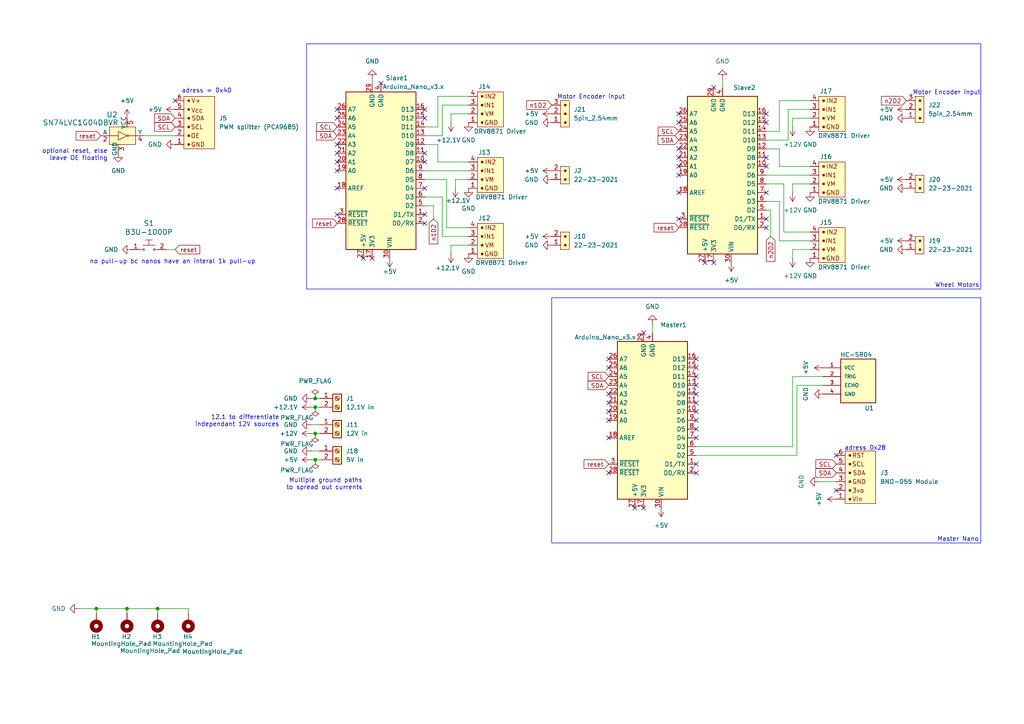
<source format=kicad_sch>
(kicad_sch (version 20250114) (generator "eeschema") (generator_version "9.0")
  (paper "A4")
  (title_block (title "Star Trekker Main PCB") (date "2025-04-11") (rev "v1.0") (company "EPFL Xplore"))
  (lib_symbols
    (symbol "Connector:Screw_Terminal_01x02" (pin_names (offset 1.016) (hide yes))
      (property "Reference" "J" (at 0 2.54 0))
      (property "Value" "Screw_Terminal_01x02" (at 0 -5.08 0))
      (symbol "Screw_Terminal_01x02_1_1"
        (pin passive line (at -5.08 0 0) (length 3.81) (name "Pin_1") (number "1"))
        (pin passive line (at -5.08 -2.54 0) (length 3.81) (name "Pin_2") (number "2"))
      )
    )
    (symbol "HC-SR04:HC-SR04_modified" (pin_names (offset 1.016))
      (property "Reference" "U" (at 0 5.0813 0))
      (property "Value" "HC-SR04" (at 0 -10.163 0))
      (symbol "HC-SR04_modified_0_0"
        (pin power_in line (at -5.08 2.54 0) (length 5.08) (name "VCC") (number "1"))
        (pin bidirectional line (at -5.08 0 0) (length 5.08) (name "TRIG") (number "2"))
        (pin bidirectional line (at -5.08 -2.54 0) (length 5.08) (name "ECHO") (number "3"))
        (pin power_in line (at -5.08 -5.08 0) (length 5.08) (name "GND") (number "4"))
      )
    )
    (symbol "MCU_Module:Arduino_Nano_v3.x"
      (property "Reference" "A" (at -10.16 23.495 0))
      (property "Value" "Arduino_Nano_v3.x" (at 5.08 -24.13 0))
      (symbol "Arduino_Nano_v3.x_1_1"
        (pin bidirectional line (at -12.7 15.24 0) (length 2.54) (name "D0/RX") (number "2"))
        (pin bidirectional line (at -12.7 12.7 0) (length 2.54) (name "D1/TX") (number "1"))
        (pin bidirectional line (at -12.7 10.16 0) (length 2.54) (name "D2") (number "5"))
        (pin bidirectional line (at -12.7 7.62 0) (length 2.54) (name "D3") (number "6"))
        (pin bidirectional line (at -12.7 5.08 0) (length 2.54) (name "D4") (number "7"))
        (pin bidirectional line (at -12.7 2.54 0) (length 2.54) (name "D5") (number "8"))
        (pin bidirectional line (at -12.7 0 0) (length 2.54) (name "D6") (number "9"))
        (pin bidirectional line (at -12.7 -2.54 0) (length 2.54) (name "D7") (number "10"))
        (pin bidirectional line (at -12.7 -5.08 0) (length 2.54) (name "D8") (number "11"))
        (pin bidirectional line (at -12.7 -7.62 0) (length 2.54) (name "D9") (number "12"))
        (pin bidirectional line (at -12.7 -10.16 0) (length 2.54) (name "D10") (number "13"))
        (pin bidirectional line (at -12.7 -12.7 0) (length 2.54) (name "D11") (number "14"))
        (pin bidirectional line (at -12.7 -15.24 0) (length 2.54) (name "D12") (number "15"))
        (pin bidirectional line (at -12.7 -17.78 0) (length 2.54) (name "D13") (number "16"))
        (pin power_in line (at -2.54 25.4 270) (length 2.54) (name "VIN") (number "30"))
        (pin power_in line (at 0 -25.4 90) (length 2.54) (name "GND") (number "4"))
        (pin power_out line (at 2.54 25.4 270) (length 2.54) (name "3V3") (number "17"))
        (pin power_in line (at 2.54 -25.4 90) (length 2.54) (name "GND") (number "29"))
        (pin power_out line (at 5.08 25.4 270) (length 2.54) (name "+5V") (number "27"))
        (pin input line (at 12.7 15.24 180) (length 2.54) (name "~{RESET}") (number "28"))
        (pin input line (at 12.7 12.7 180) (length 2.54) (name "~{RESET}") (number "3"))
        (pin input line (at 12.7 5.08 180) (length 2.54) (name "AREF") (number "18"))
        (pin bidirectional line (at 12.7 0 180) (length 2.54) (name "A0") (number "19"))
        (pin bidirectional line (at 12.7 -2.54 180) (length 2.54) (name "A1") (number "20"))
        (pin bidirectional line (at 12.7 -5.08 180) (length 2.54) (name "A2") (number "21"))
        (pin bidirectional line (at 12.7 -7.62 180) (length 2.54) (name "A3") (number "22"))
        (pin bidirectional line (at 12.7 -10.16 180) (length 2.54) (name "A4") (number "23"))
        (pin bidirectional line (at 12.7 -12.7 180) (length 2.54) (name "A5") (number "24"))
        (pin bidirectional line (at 12.7 -15.24 180) (length 2.54) (name "A6") (number "25"))
        (pin bidirectional line (at 12.7 -17.78 180) (length 2.54) (name "A7") (number "26"))
      )
    )
    (symbol "Mechanical:MountingHole_Pad" (pin_numbers (hide yes)) (pin_names (offset 1.016) (hide yes)) (exclude_from_sim yes) (in_bom no)
      (property "Reference" "H" (at 0 6.35 0))
      (property "Value" "MountingHole_Pad" (at 0 4.445 0))
      (symbol "MountingHole_Pad_1_1"
        (pin input line (at 0 -2.54 90) (length 2.54) (name "1") (number "1"))
      )
    )
    (symbol "dk_Logic-Gates-and-Inverters:SN74LVC1G04DBVR" (pin_names (offset 0))
      (property "Reference" "U" (at -2.54 3.556 0))
      (property "Value" "SN74LVC1G04DBVR" (at -0.762 -3.81 0))
      (symbol "SN74LVC1G04DBVR_1_1"
        (pin input line (at -7.62 0 0) (length 2.54) (name "A") (number "2"))
        (pin no_connect line (at -2.54 0 0) (length 2.54) (hide yes) (name "NC") (number "1"))
        (pin power_in line (at -2.54 -5.08 90) (length 2.54) (name "GND") (number "3"))
        (pin power_in line (at 0 5.08 270) (length 2.54) (name "VCC") (number "5"))
        (pin output line (at 5.08 0 180) (length 2.54) (name "Y") (number "4"))
      )
    )
    (symbol "dk_Rectangular-Connectors-Headers-Male-Pins:22-23-2021" (pin_names (offset 1.016))
      (property "Reference" "J" (at -2.54 1.27 0))
      (property "Value" "22-23-2021" (at 1.27 -3.81 0))
      (symbol "22-23-2021_1_1"
        (pin passive line (at 0 2.54 270) (length 2.54) (name "~") (number "1"))
        (pin passive line (at 2.54 2.54 270) (length 2.54) (name "~") (number "2"))
      )
    )
    (symbol "dk_Tactile-Switches:B3U-1000P" (pin_names (offset 1.016))
      (property "Reference" "S" (at 0 4.064 0))
      (property "Value" "B3U-1000P" (at 0 -2.54 0))
      (symbol "B3U-1000P_1_1"
        (pin passive line (at -5.08 0 0) (length 2.54) (name "~") (number "1"))
        (pin passive line (at 5.08 0 180) (length 2.54) (name "~") (number "2"))
      )
    )
    (symbol "hey_idk_hey_idk_hey:3pin_2.54mm" (pin_names (offset 1.016))
      (property "Reference" "J" (at -2.54 -1.27 0))
      (property "Value" "5pin_2.54mm" (at 5.08 -3.81 0))
      (symbol "3pin_2.54mm_1_1"
        (pin passive line (at 0 2.54 270) (length 2.54) (name "~") (number "1"))
        (pin passive line (at 2.54 2.54 270) (length 2.54) (name "~") (number "2"))
        (pin passive line (at 5.08 2.54 270) (length 2.54) (name "~") (number "3"))
      )
    )
    (symbol "hey_idk_hey_idk_hey:BNO-055 Breakout Board" (pin_names (offset 1.016))
      (property "Reference" "J" (at -2.54 -1.27 0))
      (property "Value" "BNO-055 Module" (at 3.81 -11.176 0))
      (symbol "BNO-055 Breakout Board_1_1"
        (text "Vin" (at 0 -3.556 900) (effects (font (size 1.27 1.27))))
        (text "3vo" (at 2.54 -3.81 900) (effects (font (size 1.27 1.27))))
        (text "GND" (at 5.08 -4.064 900) (effects (font (size 1.27 1.27))))
        (text "SDA" (at 7.62 -4.064 900) (effects (font (size 1.27 1.27))))
        (text "SCL" (at 10.16 -3.81 900) (effects (font (size 1.27 1.27))))
        (text "RST" (at 12.7 -3.81 900) (effects (font (size 1.27 1.27))))
        (pin power_in line (at 0 2.54 270) (length 2.54) (name "~") (number "1"))
        (pin passive line (at 2.54 2.54 270) (length 2.54) (name "~") (number "2"))
        (pin power_in line (at 5.08 2.54 270) (length 2.54) (name "~") (number "3"))
        (pin passive line (at 7.62 2.54 270) (length 2.54) (name "~") (number "4"))
        (pin passive line (at 10.16 2.54 270) (length 2.54) (name "~") (number "5"))
        (pin passive line (at 12.7 2.54 270) (length 2.54) (name "~") (number "6"))
      )
    )
    (symbol "hey_idk_hey_idk_hey:DRV8871 Driver" (pin_names (offset 1.016))
      (property "Reference" "J" (at -2.54 -1.27 0))
      (property "Value" "DRV8871 Driver" (at 4.064 -9.398 0))
      (symbol "DRV8871 Driver_1_1"
        (text "GND" (at 0 -4.064 900) (effects (font (size 1.27 1.27))))
        (text "VM" (at 2.54 -3.556 900) (effects (font (size 1.27 1.27))))
        (text "IN1" (at 5.08 -3.556 900) (effects (font (size 1.27 1.27))))
        (text "IN2" (at 7.62 -3.81 900) (effects (font (size 1.27 1.27))))
        (pin passive line (at 0 2.54 270) (length 2.54) (name "~") (number "1"))
        (pin passive line (at 2.54 2.54 270) (length 2.54) (name "~") (number "2"))
        (pin passive line (at 5.08 2.54 270) (length 2.54) (name "~") (number "3"))
        (pin passive line (at 7.62 2.54 270) (length 2.54) (name "~") (number "4"))
      )
    )
    (symbol "hey_idk_hey_idk_hey:PWM splitter" (pin_names (offset 1.016))
      (property "Reference" "J" (at -2.54 -1.27 0))
      (property "Value" "PWM splitter" (at 3.81 -11.176 0))
      (symbol "PWM splitter_1_1"
        (text "GND" (at 0 -4.064 900) (effects (font (size 1.27 1.27))))
        (text "OE" (at 2.54 -3.302 900) (effects (font (size 1.27 1.27))))
        (text "SCL" (at 5.08 -3.81 900) (effects (font (size 1.27 1.27))))
        (text "SDA" (at 7.62 -4.064 900) (effects (font (size 1.27 1.27))))
        (text "Vcc" (at 9.906 -3.81 900) (effects (font (size 1.27 1.27))))
        (text "V+" (at 12.7 -3.556 900) (effects (font (size 1.27 1.27))))
        (pin power_in line (at 0 2.54 270) (length 2.54) (name "~") (number "1"))
        (pin passive line (at 2.54 2.54 270) (length 2.54) (name "~") (number "2"))
        (pin passive line (at 5.08 2.54 270) (length 2.54) (name "~") (number "3"))
        (pin passive line (at 7.62 2.54 270) (length 2.54) (name "~") (number "4"))
        (pin power_in line (at 10.16 2.54 270) (length 2.54) (name "~") (number "5"))
        (pin power_in line (at 12.7 2.54 270) (length 2.54) (name "~") (number "6"))
      )
    )
    (symbol "power:+12V" (power) (pin_numbers (hide yes)) (pin_names (offset 0) (hide yes))
      (property "Value" "+12V" (at 0 3.556 0))
      (symbol "+12V_1_1"
        (pin power_in line (at 0 0 90) (length 0) (name "~") (number "1"))
      )
    )
    (symbol "power:+5V" (power) (pin_numbers (hide yes)) (pin_names (offset 0) (hide yes))
      (property "Value" "+5V" (at 0 3.556 0))
      (symbol "+5V_1_1"
        (pin power_in line (at 0 0 90) (length 0) (name "~") (number "1"))
      )
    )
    (symbol "power:GND" (power) (pin_numbers (hide yes)) (pin_names (offset 0) (hide yes))
      (property "Value" "GND" (at 0 -3.81 0))
      (symbol "GND_1_1"
        (pin power_in line (at 0 0 270) (length 0) (name "~") (number "1"))
      )
    )
    (symbol "power:PWR_FLAG" (power) (pin_numbers (hide yes)) (pin_names (offset 0) (hide yes))
      (property "Value" "PWR_FLAG" (at 0 3.81 0))
      (symbol "PWR_FLAG_0_0"
        (pin power_out line (at 0 0 90) (length 0) (name "~") (number "1"))
      )
    )
  )
  (rectangle (start 160.02 86.36) (end 284.48 157.48))
  (rectangle (start 88.9 12.7) (end 284.48 83.82))
  (text "Motor Encoder input" (at 171.45 28.194 0) (effects (font (size 1.27 1.27))))
  (text "adress = 0x40" (at 59.944 26.416 0) (effects (font (size 1.27 1.27))))
  (text "no pull-up bc nanos have an interal 1k pull-up" (at 50.038 75.946 0) (effects (font (size 1.27 1.27))))
  (text "Motor Encoder input" (at 274.574 26.924 0) (effects (font (size 1.27 1.27))))
  (text "12.1 to differentiate\nindependant 12V sources" (at 81.026 122.174 0) (effects (font (size 1.27 1.27)) (justify right)))
  (text "Wheel Motors" (at 277.622 82.804 0) (effects (font (size 1.27 1.27))))
  (text "adress 0x28" (at 250.952 130.048 0) (effects (font (size 1.27 1.27))))
  (text "Master Nano" (at 277.876 156.464 0) (effects (font (size 1.27 1.27))))
  (text "Multiple ground paths\nto spread out currents" (at 105.156 140.462 0) (effects (font (size 1.27 1.27)) (justify right)))
  (text "optional reset, else\nleave OE floating" (at 31.242 44.958 0) (effects (font (size 1.27 1.27)) (justify right)))
  (junction (at 45.72 176.53))
  (junction (at 91.44 115.57))
  (junction (at 36.83 176.53))
  (junction (at 91.44 125.73))
  (junction (at 27.94 176.53))
  (junction (at 91.44 133.35))
  (junction (at 91.44 118.11))
  (no_connect (at 97.79 46.99))
  (no_connect (at 196.85 50.8))
  (no_connect (at 207.01 25.4))
  (no_connect (at 123.19 46.99))
  (no_connect (at 196.85 48.26))
  (no_connect (at 176.53 114.3))
  (no_connect (at 196.85 35.56))
  (no_connect (at 201.93 104.14))
  (no_connect (at 123.19 64.77))
  (no_connect (at 222.25 55.88))
  (no_connect (at 201.93 137.16))
  (no_connect (at 176.53 104.14))
  (no_connect (at 176.53 106.68))
  (no_connect (at 123.19 54.61))
  (no_connect (at 196.85 33.02))
  (no_connect (at 176.53 121.92))
  (no_connect (at 196.85 43.18))
  (no_connect (at 196.85 63.5))
  (no_connect (at 184.15 147.32))
  (no_connect (at 97.79 41.91))
  (no_connect (at 201.93 119.38))
  (no_connect (at 176.53 137.16))
  (no_connect (at 201.93 111.76))
  (no_connect (at 123.19 34.29))
  (no_connect (at 242.57 132.08))
  (no_connect (at 222.25 35.56))
  (no_connect (at 176.53 116.84))
  (no_connect (at 186.69 96.52))
  (no_connect (at 201.93 114.3))
  (no_connect (at 207.01 76.2))
  (no_connect (at 123.19 31.75))
  (no_connect (at 222.25 33.02))
  (no_connect (at 97.79 54.61))
  (no_connect (at 186.69 147.32))
  (no_connect (at 123.19 44.45))
  (no_connect (at 201.93 109.22))
  (no_connect (at 107.95 74.93))
  (no_connect (at 222.25 66.04))
  (no_connect (at 123.19 62.23))
  (no_connect (at 176.53 119.38))
  (no_connect (at 222.25 45.72))
  (no_connect (at 97.79 44.45))
  (no_connect (at 201.93 134.62))
  (no_connect (at 201.93 124.46))
  (no_connect (at 105.41 74.93))
  (no_connect (at 201.93 116.84))
  (no_connect (at 242.57 142.24))
  (no_connect (at 50.8 29.21))
  (no_connect (at 196.85 55.88))
  (no_connect (at 97.79 34.29))
  (no_connect (at 201.93 121.92))
  (no_connect (at 196.85 45.72))
  (no_connect (at 201.93 106.68))
  (no_connect (at 201.93 127))
  (no_connect (at 222.25 48.26))
  (no_connect (at 97.79 49.53))
  (no_connect (at 97.79 31.75))
  (no_connect (at 222.25 63.5))
  (no_connect (at 176.53 127))
  (no_connect (at 97.79 62.23))
  (no_connect (at 110.49 24.13))
  (no_connect (at 204.47 76.2))
  (wire (pts (xy 129.54 66.04) (xy 135.89 66.04)))
  (wire (pts (xy 90.17 123.19) (xy 92.71 123.19)))
  (wire (pts (xy 222.25 60.96) (xy 223.52 60.96)))
  (wire (pts (xy 123.19 49.53) (xy 135.89 49.53)))
  (wire (pts (xy 226.06 69.85) (xy 234.95 69.85)))
  (wire (pts (xy 91.44 115.57) (xy 92.71 115.57)))
  (wire (pts (xy 125.73 63.5) (xy 125.73 59.69)))
  (wire (pts (xy 130.81 71.12) (xy 135.89 71.12)))
  (wire (pts (xy 90.17 130.81) (xy 92.71 130.81)))
  (wire (pts (xy 127 46.99) (xy 135.89 46.99)))
  (wire (pts (xy 130.81 33.02) (xy 135.89 33.02)))
  (wire (pts (xy 189.23 93.98) (xy 189.23 96.52)))
  (wire (pts (xy 123.19 52.07) (xy 129.54 52.07)))
  (wire (pts (xy 45.72 176.53) (xy 45.72 177.8)))
  (wire (pts (xy 91.44 133.35) (xy 92.71 133.35)))
  (wire (pts (xy 129.54 66.04) (xy 129.54 52.07)))
  (wire (pts (xy 123.19 39.37) (xy 128.27 39.37)))
  (wire (pts (xy 229.87 129.54) (xy 229.87 109.22)))
  (wire (pts (xy 229.87 72.39) (xy 229.87 74.93)))
  (wire (pts (xy 229.87 72.39) (xy 234.95 72.39)))
  (wire (pts (xy 36.83 176.53) (xy 36.83 177.8)))
  (wire (pts (xy 229.87 36.83) (xy 229.87 34.29)))
  (wire (pts (xy 130.81 73.66) (xy 130.81 71.12)))
  (wire (pts (xy 237.49 139.7) (xy 242.57 139.7)))
  (wire (pts (xy 231.14 111.76) (xy 238.76 111.76)))
  (wire (pts (xy 91.44 125.73) (xy 92.71 125.73)))
  (wire (pts (xy 127 27.94) (xy 135.89 27.94)))
  (wire (pts (xy 127 41.91) (xy 123.19 41.91)))
  (wire (pts (xy 22.86 176.53) (xy 27.94 176.53)))
  (wire (pts (xy 128.27 68.58) (xy 128.27 57.15)))
  (wire (pts (xy 127 27.94) (xy 127 36.83)))
  (wire (pts (xy 127 36.83) (xy 123.19 36.83)))
  (wire (pts (xy 226.06 58.42) (xy 222.25 58.42)))
  (wire (pts (xy 41.91 39.37) (xy 50.8 39.37)))
  (wire (pts (xy 45.72 176.53) (xy 54.61 176.53)))
  (wire (pts (xy 54.61 176.53) (xy 54.61 177.8)))
  (wire (pts (xy 128.27 30.48) (xy 135.89 30.48)))
  (wire (pts (xy 128.27 39.37) (xy 128.27 30.48)))
  (wire (pts (xy 227.33 67.31) (xy 234.95 67.31)))
  (wire (pts (xy 48.26 72.39) (xy 50.8 72.39)))
  (wire (pts (xy 128.27 68.58) (xy 135.89 68.58)))
  (wire (pts (xy 125.73 59.69) (xy 123.19 59.69)))
  (wire (pts (xy 130.81 35.56) (xy 130.81 33.02)))
  (wire (pts (xy 228.6 31.75) (xy 234.95 31.75)))
  (wire (pts (xy 226.06 69.85) (xy 226.06 58.42)))
  (wire (pts (xy 209.55 22.86) (xy 209.55 25.4)))
  (wire (pts (xy 90.17 118.11) (xy 91.44 118.11)))
  (wire (pts (xy 226.06 38.1) (xy 222.25 38.1)))
  (wire (pts (xy 222.25 40.64) (xy 228.6 40.64)))
  (wire (pts (xy 223.52 60.96) (xy 223.52 68.58)))
  (wire (pts (xy 227.33 67.31) (xy 227.33 53.34)))
  (wire (pts (xy 132.08 54.61) (xy 132.08 52.07)))
  (wire (pts (xy 231.14 111.76) (xy 231.14 132.08)))
  (wire (pts (xy 226.06 43.18) (xy 222.25 43.18)))
  (wire (pts (xy 90.17 133.35) (xy 91.44 133.35)))
  (wire (pts (xy 201.93 132.08) (xy 231.14 132.08)))
  (wire (pts (xy 36.83 176.53) (xy 45.72 176.53)))
  (wire (pts (xy 27.94 176.53) (xy 27.94 177.8)))
  (wire (pts (xy 90.17 125.73) (xy 91.44 125.73)))
  (wire (pts (xy 222.25 53.34) (xy 227.33 53.34)))
  (wire (pts (xy 222.25 50.8) (xy 234.95 50.8)))
  (wire (pts (xy 128.27 57.15) (xy 123.19 57.15)))
  (wire (pts (xy 127 46.99) (xy 127 41.91)))
  (wire (pts (xy 229.87 109.22) (xy 238.76 109.22)))
  (wire (pts (xy 91.44 118.11) (xy 92.71 118.11)))
  (wire (pts (xy 90.17 115.57) (xy 91.44 115.57)))
  (wire (pts (xy 201.93 129.54) (xy 229.87 129.54)))
  (wire (pts (xy 229.87 55.88) (xy 229.87 53.34)))
  (wire (pts (xy 228.6 40.64) (xy 228.6 31.75)))
  (wire (pts (xy 226.06 48.26) (xy 226.06 43.18)))
  (wire (pts (xy 226.06 48.26) (xy 234.95 48.26)))
  (wire (pts (xy 229.87 53.34) (xy 234.95 53.34)))
  (wire (pts (xy 27.94 176.53) (xy 36.83 176.53)))
  (wire (pts (xy 229.87 34.29) (xy 234.95 34.29)))
  (wire (pts (xy 226.06 29.21) (xy 226.06 38.1)))
  (wire (pts (xy 132.08 52.07) (xy 135.89 52.07)))
  (wire (pts (xy 107.95 24.13) (xy 107.95 22.86)))
  (wire (pts (xy 226.06 29.21) (xy 234.95 29.21)))
  (global_label "n1D2" (shape input) (at 160.02 30.48 180) (property "Intersheetrefs" "${INTERSHEET_REFS}" (effects (hide yes))))
  (global_label "reset" (shape input) (at 50.8 72.39 0) (property "Intersheetrefs" "${INTERSHEET_REFS}" (effects (hide yes))))
  (global_label "SCL" (shape input) (at 176.53 109.22 180) (property "Intersheetrefs" "${INTERSHEET_REFS}" (effects (hide yes))))
  (global_label "n2D2" (shape input) (at 223.52 68.58 270) (property "Intersheetrefs" "${INTERSHEET_REFS}" (effects (hide yes))))
  (global_label "SDA" (shape input) (at 176.53 111.76 180) (property "Intersheetrefs" "${INTERSHEET_REFS}" (effects (hide yes))))
  (global_label "reset" (shape input) (at 196.85 66.04 180) (property "Intersheetrefs" "${INTERSHEET_REFS}" (effects (hide yes))))
  (global_label "reset" (shape input) (at 29.21 39.37 180) (property "Intersheetrefs" "${INTERSHEET_REFS}" (effects (hide yes))))
  (global_label "n2D2" (shape input) (at 262.89 29.21 180) (property "Intersheetrefs" "${INTERSHEET_REFS}" (effects (hide yes))))
  (global_label "SCL" (shape input) (at 97.79 36.83 180) (property "Intersheetrefs" "${INTERSHEET_REFS}" (effects (hide yes))))
  (global_label "SDA" (shape input) (at 196.85 40.64 180) (property "Intersheetrefs" "${INTERSHEET_REFS}" (effects (hide yes))))
  (global_label "SCL" (shape input) (at 50.8 36.83 180) (property "Intersheetrefs" "${INTERSHEET_REFS}" (effects (hide yes))))
  (global_label "SCL" (shape input) (at 242.57 134.62 180) (property "Intersheetrefs" "${INTERSHEET_REFS}" (effects (hide yes))))
  (global_label "n1D2" (shape input) (at 125.73 63.5 270) (property "Intersheetrefs" "${INTERSHEET_REFS}" (effects (hide yes))))
  (global_label "SCL" (shape input) (at 196.85 38.1 180) (property "Intersheetrefs" "${INTERSHEET_REFS}" (effects (hide yes))))
  (global_label "SDA" (shape input) (at 97.79 39.37 180) (property "Intersheetrefs" "${INTERSHEET_REFS}" (effects (hide yes))))
  (global_label "reset" (shape input) (at 176.53 134.62 180) (property "Intersheetrefs" "${INTERSHEET_REFS}" (effects (hide yes))))
  (global_label "SDA" (shape input) (at 242.57 137.16 180) (property "Intersheetrefs" "${INTERSHEET_REFS}" (effects (hide yes))))
  (global_label "SDA" (shape input) (at 50.8 34.29 180) (property "Intersheetrefs" "${INTERSHEET_REFS}" (effects (hide yes))))
  (global_label "reset" (shape input) (at 97.79 64.77 180) (property "Intersheetrefs" "${INTERSHEET_REFS}" (effects (hide yes))))
  (symbol (lib_id "power:GND") (at 262.89 72.39 270) (unit 1)
    (property "Reference" "#PWR044" (effects (hide yes)))
    (property "Value" "GND" (at 259.08 72.3899 90) (effects (justify right)))
    (property "Description" "Power symbol creates a global label with name \"GND\" , ground" (effects (hide yes)))
  )
  (symbol (lib_id "power:GND") (at 135.89 54.61 0) (unit 1)
    (property "Reference" "#PWR024" (effects (hide yes)))
    (property "Value" "GND" (at 135.89 60.452 0))
    (property "Description" "Power symbol creates a global label with name \"GND\" , ground" (effects (hide yes)))
  )
  (symbol (lib_id "power:+12V") (at 90.17 118.11 90) (unit 1)
    (property "Reference" "#PWR029" (effects (hide yes)))
    (property "Value" "+12.1V" (at 86.36 118.1099 90) (effects (justify left)))
    (property "Description" "Power symbol creates a global label with name \"+12V\"" (effects (hide yes)))
  )
  (symbol (lib_id "Mechanical:MountingHole_Pad") (at 27.94 180.34 180) (unit 1) (in_bom no)
    (property "Reference" "H1" (at 26.416 184.658 0) (effects (justify right)))
    (property "Value" "MountingHole_Pad" (at 26.416 186.69 0) (effects (justify right)))
    (property "Footprint" "MountingHole:MountingHole_3.2mm_M3_Pad" (effects (hide yes)))
    (property "Description" "Mounting Hole with connection" (effects (hide yes)))
  )
  (symbol (lib_id "MCU_Module:Arduino_Nano_v3.x") (at 189.23 121.92 180) (unit 1)
    (property "Reference" "Master1" (at 191.516 94.234 0) (effects (justify right)))
    (property "Value" "Arduino_Nano_v3.x" (at 166.624 97.79 0) (effects (justify right)))
    (property "Footprint" "Module:Arduino_Nano" (effects (hide yes)))
    (property "Datasheet" "http://www.mouser.com/pdfdocs/Gravitech_Arduino_Nano3_0.pdf" (effects (hide yes)))
    (property "Description" "Arduino Nano v3.x" (effects (hide yes)))
  )
  (symbol (lib_id "power:GND") (at 234.95 55.88 0) (unit 1)
    (property "Reference" "#PWR013" (effects (hide yes)))
    (property "Value" "GND" (at 234.95 60.96 0))
    (property "Description" "Power symbol creates a global label with name \"GND\" , ground" (effects (hide yes)))
  )
  (symbol (lib_id "power:GND") (at 160.02 35.56 270) (unit 1)
    (property "Reference" "#PWR052" (effects (hide yes)))
    (property "Value" "GND" (at 156.21 35.5599 90) (effects (justify right)))
    (property "Description" "Power symbol creates a global label with name \"GND\" , ground" (effects (hide yes)))
  )
  (symbol (lib_id "power:GND") (at 238.76 114.3 270) (unit 1)
    (property "Reference" "#PWR015" (effects (hide yes)))
    (property "Value" "GND" (at 233.68 114.3 0))
    (property "Description" "Power symbol creates a global label with name \"GND\" , ground" (effects (hide yes)))
  )
  (symbol (lib_id "hey_idk_hey_idk_hey:DRV8871 Driver") (at 138.43 54.61 90) (unit 1)
    (property "Reference" "J13" (at 138.684 44.196 90) (effects (justify right)))
    (property "Value" "DRV8871 Driver" (at 137.922 57.15 90) (effects (justify right)))
    (property "Footprint" "digikey-footprints:PinHeader_1x4_P2.54mm_Drill1.02mm" (effects (hide yes)))
    (property "Datasheet" "http://www.jst-mfg.com/product/pdf/eng/eXH.pdf" (effects (hide yes)))
    (property "Description" "CONN HEADER VERT 4POS 2.5MM" (effects (hide yes)))
    (property "Digi-Key_PN" "455-2249-ND" (effects (hide yes)))
    (property "MPN" "B4B-XH-A(LF)(SN)" (effects (hide yes)))
    (property "Category" "Connectors, Interconnects" (effects (hide yes)))
    (property "Family" "Rectangular Connectors - Headers, Male Pins" (effects (hide yes)))
    (property "DK_Datasheet_Link" "http://www.jst-mfg.com/product/pdf/eng/eXH.pdf" (effects (hide yes)))
    (property "DK_Detail_Page" "/product-detail/en/jst-sales-america-inc/B4B-XH-A(LF)(SN)/455-2249-ND/1651047" (effects (hide yes)))
    (property "Description_1" "CONN HEADER VERT 4POS 2.5MM" (effects (hide yes)))
    (property "Manufacturer" "JST Sales America Inc." (effects (hide yes)))
    (property "Status" "Active" (effects (hide yes)))
  )
  (symbol (lib_id "hey_idk_hey_idk_hey:DRV8871 Driver") (at 138.43 35.56 90) (unit 1)
    (property "Reference" "J14" (at 138.684 25.146 90) (effects (justify right)))
    (property "Value" "DRV8871 Driver" (at 137.414 38.1 90) (effects (justify right)))
    (property "Footprint" "digikey-footprints:PinHeader_1x4_P2.54mm_Drill1.02mm" (effects (hide yes)))
    (property "Datasheet" "http://www.jst-mfg.com/product/pdf/eng/eXH.pdf" (effects (hide yes)))
    (property "Description" "CONN HEADER VERT 4POS 2.5MM" (effects (hide yes)))
    (property "Digi-Key_PN" "455-2249-ND" (effects (hide yes)))
    (property "MPN" "B4B-XH-A(LF)(SN)" (effects (hide yes)))
    (property "Category" "Connectors, Interconnects" (effects (hide yes)))
    (property "Family" "Rectangular Connectors - Headers, Male Pins" (effects (hide yes)))
    (property "DK_Datasheet_Link" "http://www.jst-mfg.com/product/pdf/eng/eXH.pdf" (effects (hide yes)))
    (property "DK_Detail_Page" "/product-detail/en/jst-sales-america-inc/B4B-XH-A(LF)(SN)/455-2249-ND/1651047" (effects (hide yes)))
    (property "Description_1" "CONN HEADER VERT 4POS 2.5MM" (effects (hide yes)))
    (property "Manufacturer" "JST Sales America Inc." (effects (hide yes)))
    (property "Status" "Active" (effects (hide yes)))
  )
  (symbol (lib_id "power:GND") (at 135.89 35.56 0) (unit 1)
    (property "Reference" "#PWR023" (effects (hide yes)))
    (property "Value" "GND" (at 135.89 40.64 0))
    (property "Description" "Power symbol creates a global label with name \"GND\" , ground" (effects (hide yes)))
  )
  (symbol (lib_id "hey_idk_hey_idk_hey:BNO-055 Breakout Board") (at 245.11 144.78 90) (unit 1)
    (property "Reference" "J3" (at 255.27 137.1599 90) (effects (justify right)))
    (property "Value" "BNO-055 Module" (at 255.27 139.6999 90) (effects (justify right)))
    (property "Footprint" "digikey-footprints:my_6pin_2_frown" (effects (hide yes)))
    (property "Datasheet" "http://www.jst-mfg.com/product/pdf/eng/eXH.pdf" (effects (hide yes)))
    (property "Description" "CONN HEADER VERT 4POS 2.5MM" (effects (hide yes)))
    (property "Digi-Key_PN" "455-2249-ND" (effects (hide yes)))
    (property "MPN" "B4B-XH-A(LF)(SN)" (effects (hide yes)))
    (property "Category" "Connectors, Interconnects" (effects (hide yes)))
    (property "Family" "Rectangular Connectors - Headers, Male Pins" (effects (hide yes)))
    (property "DK_Datasheet_Link" "http://www.jst-mfg.com/product/pdf/eng/eXH.pdf" (effects (hide yes)))
    (property "DK_Detail_Page" "/product-detail/en/jst-sales-america-inc/B4B-XH-A(LF)(SN)/455-2249-ND/1651047" (effects (hide yes)))
    (property "Description_1" "CONN HEADER VERT 4POS 2.5MM" (effects (hide yes)))
    (property "Manufacturer" "JST Sales America Inc." (effects (hide yes)))
    (property "Status" "Active" (effects (hide yes)))
  )
  (symbol (lib_id "power:GND") (at 22.86 176.53 270) (unit 1)
    (property "Reference" "#PWR036" (effects (hide yes)))
    (property "Value" "GND" (at 19.05 176.5299 90) (effects (justify right)))
    (property "Description" "Power symbol creates a global label with name \"GND\" , ground" (effects (hide yes)))
  )
  (symbol (lib_id "power:+5V") (at 242.57 144.78 90) (unit 1)
    (property "Reference" "#PWR028" (effects (hide yes)))
    (property "Value" "+5V" (at 237.49 144.78 0))
    (property "Description" "Power symbol creates a global label with name \"+5V\"" (effects (hide yes)))
  )
  (symbol (lib_id "power:+5V") (at 90.17 133.35 90) (unit 1)
    (property "Reference" "#PWR043" (effects (hide yes)))
    (property "Value" "+5V" (at 86.36 133.3499 90) (effects (justify left)))
    (property "Description" "Power symbol creates a global label with name \"+5V\"" (effects (hide yes)))
  )
  (symbol (lib_id "power:GND") (at 34.29 44.45 0) (unit 1)
    (property "Reference" "#PWR039" (effects (hide yes)))
    (property "Value" "GND" (at 34.29 49.53 0))
    (property "Description" "Power symbol creates a global label with name \"GND\" , ground" (effects (hide yes)))
  )
  (symbol (lib_id "MCU_Module:Arduino_Nano_v3.x") (at 110.49 49.53 180) (unit 1)
    (property "Reference" "Slave1" (at 118.364 22.606 0) (effects (justify left)))
    (property "Value" "Arduino_Nano_v3.x" (at 128.778 25.146 0) (effects (justify left)))
    (property "Footprint" "Module:Arduino_Nano" (effects (hide yes)))
    (property "Datasheet" "http://www.mouser.com/pdfdocs/Gravitech_Arduino_Nano3_0.pdf" (effects (hide yes)))
    (property "Description" "Arduino Nano v3.x" (effects (hide yes)))
  )
  (symbol (lib_id "power:GND") (at 209.55 22.86 180) (unit 1)
    (property "Reference" "#PWR02" (effects (hide yes)))
    (property "Value" "GND" (at 209.55 17.78 0))
    (property "Description" "Power symbol creates a global label with name \"GND\" , ground" (effects (hide yes)))
  )
  (symbol (lib_id "power:+5V") (at 262.89 31.75 90) (unit 1)
    (property "Reference" "#PWR031" (effects (hide yes)))
    (property "Value" "+5V" (at 259.08 31.7499 90) (effects (justify left)))
    (property "Description" "Power symbol creates a global label with name \"+5V\"" (effects (hide yes)))
  )
  (symbol (lib_id "power:+5V") (at 160.02 33.02 90) (unit 1)
    (property "Reference" "#PWR051" (effects (hide yes)))
    (property "Value" "+5V" (at 156.21 33.0199 90) (effects (justify left)))
    (property "Description" "Power symbol creates a global label with name \"+5V\"" (effects (hide yes)))
  )
  (symbol (lib_id "power:GND") (at 237.49 139.7 270) (unit 1)
    (property "Reference" "#PWR027" (effects (hide yes)))
    (property "Value" "GND" (at 232.41 139.7 0))
    (property "Description" "Power symbol creates a global label with name \"GND\" , ground" (effects (hide yes)))
  )
  (symbol (lib_id "dk_Rectangular-Connectors-Headers-Male-Pins:22-23-2021") (at 162.56 71.12 90) (unit 1)
    (property "Reference" "J10" (at 166.37 68.5799 90) (effects (justify right)))
    (property "Value" "22-23-2021" (at 166.37 71.1199 90) (effects (justify right)))
    (property "Footprint" "digikey-footprints:PinHeader_1x2_P2.54mm_Drill1.02mm" (effects (hide yes)))
    (property "Datasheet" "https://media.digikey.com/pdf/Data%20Sheets/Molex%20PDFs/A-6373-N_Series_Dwg_2010-12-03.pdf" (effects (hide yes)))
    (property "Description" "CONN HEADER VERT 2POS 2.54MM" (effects (hide yes)))
    (property "Digi-Key_PN" "WM4200-ND" (effects (hide yes)))
    (property "MPN" "22-23-2021" (effects (hide yes)))
    (property "Category" "Connectors, Interconnects" (effects (hide yes)))
    (property "Family" "Rectangular Connectors - Headers, Male Pins" (effects (hide yes)))
    (property "DK_Datasheet_Link" "https://media.digikey.com/pdf/Data%20Sheets/Molex%20PDFs/A-6373-N_Series_Dwg_2010-12-03.pdf" (effects (hide yes)))
    (property "DK_Detail_Page" "/product-detail/en/molex/22-23-2021/WM4200-ND/26667" (effects (hide yes)))
    (property "Description_1" "CONN HEADER VERT 2POS 2.54MM" (effects (hide yes)))
    (property "Manufacturer" "Molex" (effects (hide yes)))
    (property "Status" "Active" (effects (hide yes)))
  )
  (symbol (lib_id "hey_idk_hey_idk_hey:DRV8871 Driver") (at 237.49 55.88 90) (unit 1)
    (property "Reference" "J16" (at 237.744 45.466 90) (effects (justify right)))
    (property "Value" "DRV8871 Driver" (at 237.236 58.42 90) (effects (justify right)))
    (property "Footprint" "digikey-footprints:PinHeader_1x4_P2.54mm_Drill1.02mm" (effects (hide yes)))
    (property "Datasheet" "http://www.jst-mfg.com/product/pdf/eng/eXH.pdf" (effects (hide yes)))
    (property "Description" "CONN HEADER VERT 4POS 2.5MM" (effects (hide yes)))
    (property "Digi-Key_PN" "455-2249-ND" (effects (hide yes)))
    (property "MPN" "B4B-XH-A(LF)(SN)" (effects (hide yes)))
    (property "Category" "Connectors, Interconnects" (effects (hide yes)))
    (property "Family" "Rectangular Connectors - Headers, Male Pins" (effects (hide yes)))
    (property "DK_Datasheet_Link" "http://www.jst-mfg.com/product/pdf/eng/eXH.pdf" (effects (hide yes)))
    (property "DK_Detail_Page" "/product-detail/en/jst-sales-america-inc/B4B-XH-A(LF)(SN)/455-2249-ND/1651047" (effects (hide yes)))
    (property "Description_1" "CONN HEADER VERT 4POS 2.5MM" (effects (hide yes)))
    (property "Manufacturer" "JST Sales America Inc." (effects (hide yes)))
    (property "Status" "Active" (effects (hide yes)))
  )
  (symbol (lib_id "hey_idk_hey_idk_hey:PWM splitter") (at 53.34 41.91 90) (unit 1)
    (property "Reference" "J5" (at 63.5 34.2899 90) (effects (justify right)))
    (property "Value" "PWM splitter (PCA9685)" (at 63.5 36.8299 90) (effects (justify right)))
    (property "Footprint" "digikey-footprints:my_6pin_2_frown" (effects (hide yes)))
    (property "Datasheet" "http://www.jst-mfg.com/product/pdf/eng/eXH.pdf" (effects (hide yes)))
    (property "Description" "CONN HEADER VERT 4POS 2.5MM" (effects (hide yes)))
    (property "Digi-Key_PN" "455-2249-ND" (effects (hide yes)))
    (property "MPN" "B4B-XH-A(LF)(SN)" (effects (hide yes)))
    (property "Category" "Connectors, Interconnects" (effects (hide yes)))
    (property "Family" "Rectangular Connectors - Headers, Male Pins" (effects (hide yes)))
    (property "DK_Datasheet_Link" "http://www.jst-mfg.com/product/pdf/eng/eXH.pdf" (effects (hide yes)))
    (property "DK_Detail_Page" "/product-detail/en/jst-sales-america-inc/B4B-XH-A(LF)(SN)/455-2249-ND/1651047" (effects (hide yes)))
    (property "Description_1" "CONN HEADER VERT 4POS 2.5MM" (effects (hide yes)))
    (property "Manufacturer" "JST Sales America Inc." (effects (hide yes)))
    (property "Status" "Active" (effects (hide yes)))
  )
  (symbol (lib_id "Connector:Screw_Terminal_01x02") (at 97.79 115.57 0) (unit 1)
    (property "Reference" "J1" (at 100.33 115.5699 0) (effects (justify left)))
    (property "Value" "12.1V in" (at 100.33 118.1099 0) (effects (justify left)))
    (property "Footprint" "TerminalBlock_Phoenix:TerminalBlock_Phoenix_PT-1,5-2-3.5-H_1x02_P3.50mm_Horizontal" (effects (hide yes)))
    (property "Description" "Generic screw terminal, single row, 01x02, script generated (kicad-library-utils/schlib/autogen/connector/)" (effects (hide yes)))
  )
  (symbol (lib_id "power:+5V") (at 212.09 76.2 180) (unit 1)
    (property "Reference" "#PWR010" (effects (hide yes)))
    (property "Value" "+5V" (at 212.09 81.28 0))
    (property "Description" "Power symbol creates a global label with name \"+5V\"" (effects (hide yes)))
  )
  (symbol (lib_id "power:+12V") (at 229.87 55.88 180) (unit 1)
    (property "Reference" "#PWR017" (effects (hide yes)))
    (property "Value" "+12V" (at 229.87 60.96 0))
    (property "Description" "Power symbol creates a global label with name \"+12V\"" (effects (hide yes)))
  )
  (symbol (lib_id "power:GND") (at 160.02 71.12 270) (unit 1)
    (property "Reference" "#PWR050" (effects (hide yes)))
    (property "Value" "GND" (at 156.21 71.1199 90) (effects (justify right)))
    (property "Description" "Power symbol creates a global label with name \"GND\" , ground" (effects (hide yes)))
  )
  (symbol (lib_id "power:GND") (at 234.95 36.83 0) (unit 1)
    (property "Reference" "#PWR014" (effects (hide yes)))
    (property "Value" "GND" (at 234.95 41.91 0))
    (property "Description" "Power symbol creates a global label with name \"GND\" , ground" (effects (hide yes)))
  )
  (symbol (lib_id "power:PWR_FLAG") (at 91.44 125.73 180) (unit 1)
    (property "Reference" "#FLG02" (effects (hide yes)))
    (property "Value" "PWR_FLAG" (at 86.106 128.778 0))
    (property "Description" "Special symbol for telling ERC where power comes from" (effects (hide yes)))
  )
  (symbol (lib_id "power:GND") (at 135.89 73.66 0) (unit 1)
    (property "Reference" "#PWR025" (effects (hide yes)))
    (property "Value" "GND" (at 135.89 78.74 0))
    (property "Description" "Power symbol creates a global label with name \"GND\" , ground" (effects (hide yes)))
  )
  (symbol (lib_id "power:GND") (at 90.17 115.57 270) (unit 1)
    (property "Reference" "#PWR042" (effects (hide yes)))
    (property "Value" "GND" (at 86.36 115.5699 90) (effects (justify right)))
    (property "Description" "Power symbol creates a global label with name \"GND\" , ground" (effects (hide yes)))
  )
  (symbol (lib_id "power:PWR_FLAG") (at 91.44 115.57 0) (unit 1)
    (property "Reference" "#FLG01" (effects (hide yes)))
    (property "Value" "PWR_FLAG" (at 91.44 110.49 0))
    (property "Description" "Special symbol for telling ERC where power comes from" (effects (hide yes)))
  )
  (symbol (lib_id "dk_Tactile-Switches:B3U-1000P") (at 43.18 72.39 0) (unit 1)
    (property "Reference" "S1" (at 43.18 64.77 0) (effects (font (size 1.524 1.524))))
    (property "Value" "B3U-1000P" (at 43.18 67.31 0) (effects (font (size 1.524 1.524))))
    (property "Footprint" "digikey-footprints:Switch_Tactile_SMD_B3U-1000P" (effects (hide yes)))
    (property "Datasheet" "https://omronfs.omron.com/en_US/ecb/products/pdf/en-b3u.pdf" (effects (hide yes)))
    (property "Description" "SWITCH TACTILE SPST-NO 0.05A 12V" (effects (hide yes)))
    (property "Digi-Key_PN" "SW1020CT-ND" (effects (hide yes)))
    (property "MPN" "B3U-1000P" (effects (hide yes)))
    (property "Category" "Switches" (effects (hide yes)))
    (property "Family" "Tactile Switches" (effects (hide yes)))
    (property "DK_Datasheet_Link" "https://omronfs.omron.com/en_US/ecb/products/pdf/en-b3u.pdf" (effects (hide yes)))
    (property "DK_Detail_Page" "/product-detail/en/omron-electronics-inc-emc-div/B3U-1000P/SW1020CT-ND/1534357" (effects (hide yes)))
    (property "Description_1" "SWITCH TACTILE SPST-NO 0.05A 12V" (effects (hide yes)))
    (property "Manufacturer" "Omron Electronics Inc-EMC Div" (effects (hide yes)))
    (property "Status" "Active" (effects (hide yes)))
  )
  (symbol (lib_id "power:+5V") (at 191.77 147.32 180) (unit 1)
    (property "Reference" "#PWR019" (effects (hide yes)))
    (property "Value" "+5V" (at 191.77 152.4 0))
    (property "Description" "Power symbol creates a global label with name \"+5V\"" (effects (hide yes)))
  )
  (symbol (lib_id "hey_idk_hey_idk_hey:DRV8871 Driver") (at 138.43 73.66 90) (unit 1)
    (property "Reference" "J12" (at 138.684 63.246 90) (effects (justify right)))
    (property "Value" "DRV8871 Driver" (at 137.922 76.2 90) (effects (justify right)))
    (property "Footprint" "digikey-footprints:PinHeader_1x4_P2.54mm_Drill1.02mm" (effects (hide yes)))
    (property "Datasheet" "http://www.jst-mfg.com/product/pdf/eng/eXH.pdf" (effects (hide yes)))
    (property "Description" "CONN HEADER VERT 4POS 2.5MM" (effects (hide yes)))
    (property "Digi-Key_PN" "455-2249-ND" (effects (hide yes)))
    (property "MPN" "B4B-XH-A(LF)(SN)" (effects (hide yes)))
    (property "Category" "Connectors, Interconnects" (effects (hide yes)))
    (property "Family" "Rectangular Connectors - Headers, Male Pins" (effects (hide yes)))
    (property "DK_Datasheet_Link" "http://www.jst-mfg.com/product/pdf/eng/eXH.pdf" (effects (hide yes)))
    (property "DK_Detail_Page" "/product-detail/en/jst-sales-america-inc/B4B-XH-A(LF)(SN)/455-2249-ND/1651047" (effects (hide yes)))
    (property "Description_1" "CONN HEADER VERT 4POS 2.5MM" (effects (hide yes)))
    (property "Manufacturer" "JST Sales America Inc." (effects (hide yes)))
    (property "Status" "Active" (effects (hide yes)))
  )
  (symbol (lib_id "hey_idk_hey_idk_hey:3pin_2.54mm") (at 265.43 34.29 90) (unit 1)
    (property "Reference" "J22" (at 269.24 30.4799 90) (effects (justify right)))
    (property "Value" "5pin_2.54mm" (at 269.24 33.0199 90) (effects (justify right)))
    (property "Footprint" "Library:PinHeader_1x3_P2.54mm_Drill1.02mm_1" (effects (hide yes)))
    (property "Datasheet" "http://www.jst-mfg.com/product/pdf/eng/eXH.pdf" (effects (hide yes)))
    (property "Description" "CONN HEADER VERT 5POS 2.54MM" (effects (hide yes)))
    (property "Digi-Key_PN" "455-2270-ND" (effects (hide yes)))
    (property "MPN" "B5B-XH-A(LF)(SN)" (effects (hide yes)))
    (property "Category" "Connectors, Interconnects" (effects (hide yes)))
    (property "Family" "Rectangular Connectors - Headers, Male Pins" (effects (hide yes)))
    (property "DK_Datasheet_Link" "http://www.jst-mfg.com/product/pdf/eng/eXH.pdf" (effects (hide yes)))
    (property "DK_Detail_Page" "/product-detail/en/jst-sales-america-inc/B5B-XH-A(LF)(SN)/455-2270-ND/1530483" (effects (hide yes)))
    (property "Description_1" "CONN HEADER VERT 5POS 2.5MM" (effects (hide yes)))
    (property "Manufacturer" "JST Sales America Inc." (effects (hide yes)))
    (property "Status" "Active" (effects (hide yes)))
  )
  (symbol (lib_id "power:GND") (at 262.89 54.61 270) (unit 1)
    (property "Reference" "#PWR040" (effects (hide yes)))
    (property "Value" "GND" (at 259.08 54.6099 90) (effects (justify right)))
    (property "Description" "Power symbol creates a global label with name \"GND\" , ground" (effects (hide yes)))
  )
  (symbol (lib_id "hey_idk_hey_idk_hey:DRV8871 Driver") (at 237.49 74.93 90) (unit 1)
    (property "Reference" "J15" (at 237.744 64.516 90) (effects (justify right)))
    (property "Value" "DRV8871 Driver" (at 237.236 77.47 90) (effects (justify right)))
    (property "Footprint" "digikey-footprints:PinHeader_1x4_P2.54mm_Drill1.02mm" (effects (hide yes)))
    (property "Datasheet" "http://www.jst-mfg.com/product/pdf/eng/eXH.pdf" (effects (hide yes)))
    (property "Description" "CONN HEADER VERT 4POS 2.5MM" (effects (hide yes)))
    (property "Digi-Key_PN" "455-2249-ND" (effects (hide yes)))
    (property "MPN" "B4B-XH-A(LF)(SN)" (effects (hide yes)))
    (property "Category" "Connectors, Interconnects" (effects (hide yes)))
    (property "Family" "Rectangular Connectors - Headers, Male Pins" (effects (hide yes)))
    (property "DK_Datasheet_Link" "http://www.jst-mfg.com/product/pdf/eng/eXH.pdf" (effects (hide yes)))
    (property "DK_Detail_Page" "/product-detail/en/jst-sales-america-inc/B4B-XH-A(LF)(SN)/455-2249-ND/1651047" (effects (hide yes)))
    (property "Description_1" "CONN HEADER VERT 4POS 2.5MM" (effects (hide yes)))
    (property "Manufacturer" "JST Sales America Inc." (effects (hide yes)))
    (property "Status" "Active" (effects (hide yes)))
  )
  (symbol (lib_id "power:+12V") (at 229.87 74.93 180) (unit 1)
    (property "Reference" "#PWR016" (effects (hide yes)))
    (property "Value" "+12V" (at 229.87 80.01 0))
    (property "Description" "Power symbol creates a global label with name \"+12V\"" (effects (hide yes)))
  )
  (symbol (lib_id "power:+12V") (at 90.17 125.73 90) (unit 1)
    (property "Reference" "#PWR030" (effects (hide yes)))
    (property "Value" "+12V" (at 86.36 125.7299 90) (effects (justify left)))
    (property "Description" "Power symbol creates a global label with name \"+12V\"" (effects (hide yes)))
  )
  (symbol (lib_id "power:GND") (at 90.17 130.81 270) (unit 1)
    (property "Reference" "#PWR047" (effects (hide yes)))
    (property "Value" "GND" (at 86.36 130.8099 90) (effects (justify right)))
    (property "Description" "Power symbol creates a global label with name \"GND\" , ground" (effects (hide yes)))
  )
  (symbol (lib_id "hey_idk_hey_idk_hey:3pin_2.54mm") (at 162.56 35.56 90) (unit 1)
    (property "Reference" "J21" (at 166.37 31.7499 90) (effects (justify right)))
    (property "Value" "5pin_2.54mm" (at 166.37 34.2899 90) (effects (justify right)))
    (property "Footprint" "Library:PinHeader_1x3_P2.54mm_Drill1.02mm_1" (effects (hide yes)))
    (property "Datasheet" "http://www.jst-mfg.com/product/pdf/eng/eXH.pdf" (effects (hide yes)))
    (property "Description" "CONN HEADER VERT 5POS 2.54MM" (effects (hide yes)))
    (property "Digi-Key_PN" "455-2270-ND" (effects (hide yes)))
    (property "MPN" "B5B-XH-A(LF)(SN)" (effects (hide yes)))
    (property "Category" "Connectors, Interconnects" (effects (hide yes)))
    (property "Family" "Rectangular Connectors - Headers, Male Pins" (effects (hide yes)))
    (property "DK_Datasheet_Link" "http://www.jst-mfg.com/product/pdf/eng/eXH.pdf" (effects (hide yes)))
    (property "DK_Detail_Page" "/product-detail/en/jst-sales-america-inc/B5B-XH-A(LF)(SN)/455-2270-ND/1530483" (effects (hide yes)))
    (property "Description_1" "CONN HEADER VERT 5POS 2.5MM" (effects (hide yes)))
    (property "Manufacturer" "JST Sales America Inc." (effects (hide yes)))
    (property "Status" "Active" (effects (hide yes)))
  )
  (symbol (lib_id "power:+12V") (at 130.81 73.66 180) (unit 1)
    (property "Reference" "#PWR022" (effects (hide yes)))
    (property "Value" "+12.1V" (at 129.794 77.724 0))
    (property "Description" "Power symbol creates a global label with name \"+12V\"" (effects (hide yes)))
  )
  (symbol (lib_id "HC-SR04:HC-SR04_modified") (at 243.84 109.22 0) (unit 1)
    (property "Reference" "U1" (at 253.492 118.364 0) (effects (justify right)))
    (property "Value" "HC-SR04" (at 252.984 102.87 0) (effects (justify right)))
    (property "Footprint" "Library:HC_SR-04_only_pins" (effects (hide yes)))
    (property "MF" "SparkFun Electronics" (effects (hide yes)))
    (property "Description_1" "HC-SR04 Ultrasonic Sensor Qwiic Platform Evaluation Expansion Board" (effects (hide yes)))
    (property "Package" "None" (effects (hide yes)))
    (property "Price" "None" (effects (hide yes)))
    (property "Check_prices" "https://www.snapeda.com/parts/HC-SR04/SparkFun/view-part/?ref=eda" (effects (hide yes)))
    (property "SnapEDA_Link" "https://www.snapeda.com/parts/HC-SR04/SparkFun/view-part/?ref=snap" (effects (hide yes)))
    (property "MP" "HC-SR04" (effects (hide yes)))
    (property "Availability" "Not in stock" (effects (hide yes)))
    (property "MANUFACTURER" "Osepp" (effects (hide yes)))
  )
  (symbol (lib_id "power:+5V") (at 262.89 52.07 90) (unit 1)
    (property "Reference" "#PWR033" (effects (hide yes)))
    (property "Value" "+5V" (at 259.08 52.0699 90) (effects (justify left)))
    (property "Description" "Power symbol creates a global label with name \"+5V\"" (effects (hide yes)))
  )
  (symbol (lib_id "MCU_Module:Arduino_Nano_v3.x") (at 209.55 50.8 180) (unit 1)
    (property "Reference" "Slave2" (at 212.6681 25.4 0) (effects (justify right)))
    (property "Value" "Arduino_Nano_v3.x" (effects (hide yes)))
    (property "Footprint" "Module:Arduino_Nano" (effects (hide yes)))
    (property "Datasheet" "http://www.mouser.com/pdfdocs/Gravitech_Arduino_Nano3_0.pdf" (effects (hide yes)))
    (property "Description" "Arduino Nano v3.x" (effects (hide yes)))
  )
  (symbol (lib_id "power:+5V") (at 50.8 31.75 90) (unit 1)
    (property "Reference" "#PWR034" (effects (hide yes)))
    (property "Value" "+5V" (at 46.99 31.7499 90) (effects (justify left)))
    (property "Description" "Power symbol creates a global label with name \"+5V\"" (effects (hide yes)))
  )
  (symbol (lib_id "power:+5V") (at 262.89 69.85 90) (unit 1)
    (property "Reference" "#PWR041" (effects (hide yes)))
    (property "Value" "+5V" (at 259.08 69.8499 90) (effects (justify left)))
    (property "Description" "Power symbol creates a global label with name \"+5V\"" (effects (hide yes)))
  )
  (symbol (lib_id "dk_Rectangular-Connectors-Headers-Male-Pins:22-23-2021") (at 162.56 52.07 90) (unit 1)
    (property "Reference" "J2" (at 166.37 49.5299 90) (effects (justify right)))
    (property "Value" "22-23-2021" (at 166.37 52.0699 90) (effects (justify right)))
    (property "Footprint" "digikey-footprints:PinHeader_1x2_P2.54mm_Drill1.02mm" (effects (hide yes)))
    (property "Datasheet" "https://media.digikey.com/pdf/Data%20Sheets/Molex%20PDFs/A-6373-N_Series_Dwg_2010-12-03.pdf" (effects (hide yes)))
    (property "Description" "CONN HEADER VERT 2POS 2.54MM" (effects (hide yes)))
    (property "Digi-Key_PN" "WM4200-ND" (effects (hide yes)))
    (property "MPN" "22-23-2021" (effects (hide yes)))
    (property "Category" "Connectors, Interconnects" (effects (hide yes)))
    (property "Family" "Rectangular Connectors - Headers, Male Pins" (effects (hide yes)))
    (property "DK_Datasheet_Link" "https://media.digikey.com/pdf/Data%20Sheets/Molex%20PDFs/A-6373-N_Series_Dwg_2010-12-03.pdf" (effects (hide yes)))
    (property "DK_Detail_Page" "/product-detail/en/molex/22-23-2021/WM4200-ND/26667" (effects (hide yes)))
    (property "Description_1" "CONN HEADER VERT 2POS 2.54MM" (effects (hide yes)))
    (property "Manufacturer" "Molex" (effects (hide yes)))
    (property "Status" "Active" (effects (hide yes)))
  )
  (symbol (lib_id "power:+5V") (at 36.83 34.29 0) (unit 1)
    (property "Reference" "#PWR037" (effects (hide yes)))
    (property "Value" "+5V" (at 36.83 29.21 0))
    (property "Description" "Power symbol creates a global label with name \"+5V\"" (effects (hide yes)))
  )
  (symbol (lib_id "hey_idk_hey_idk_hey:DRV8871 Driver") (at 237.49 36.83 90) (unit 1)
    (property "Reference" "J17" (at 237.744 26.416 90) (effects (justify right)))
    (property "Value" "DRV8871 Driver" (at 237.236 39.37 90) (effects (justify right)))
    (property "Footprint" "digikey-footprints:PinHeader_1x4_P2.54mm_Drill1.02mm" (effects (hide yes)))
    (property "Datasheet" "http://www.jst-mfg.com/product/pdf/eng/eXH.pdf" (effects (hide yes)))
    (property "Description" "CONN HEADER VERT 4POS 2.5MM" (effects (hide yes)))
    (property "Digi-Key_PN" "455-2249-ND" (effects (hide yes)))
    (property "MPN" "B4B-XH-A(LF)(SN)" (effects (hide yes)))
    (property "Category" "Connectors, Interconnects" (effects (hide yes)))
    (property "Family" "Rectangular Connectors - Headers, Male Pins" (effects (hide yes)))
    (property "DK_Datasheet_Link" "http://www.jst-mfg.com/product/pdf/eng/eXH.pdf" (effects (hide yes)))
    (property "DK_Detail_Page" "/product-detail/en/jst-sales-america-inc/B4B-XH-A(LF)(SN)/455-2249-ND/1651047" (effects (hide yes)))
    (property "Description_1" "CONN HEADER VERT 4POS 2.5MM" (effects (hide yes)))
    (property "Manufacturer" "JST Sales America Inc." (effects (hide yes)))
    (property "Status" "Active" (effects (hide yes)))
  )
  (symbol (lib_id "dk_Rectangular-Connectors-Headers-Male-Pins:22-23-2021") (at 265.43 54.61 90) (unit 1)
    (property "Reference" "J20" (at 269.24 52.0699 90) (effects (justify right)))
    (property "Value" "22-23-2021" (at 269.24 54.6099 90) (effects (justify right)))
    (property "Footprint" "digikey-footprints:PinHeader_1x2_P2.54mm_Drill1.02mm" (effects (hide yes)))
    (property "Datasheet" "https://media.digikey.com/pdf/Data%20Sheets/Molex%20PDFs/A-6373-N_Series_Dwg_2010-12-03.pdf" (effects (hide yes)))
    (property "Description" "CONN HEADER VERT 2POS 2.54MM" (effects (hide yes)))
    (property "Digi-Key_PN" "WM4200-ND" (effects (hide yes)))
    (property "MPN" "22-23-2021" (effects (hide yes)))
    (property "Category" "Connectors, Interconnects" (effects (hide yes)))
    (property "Family" "Rectangular Connectors - Headers, Male Pins" (effects (hide yes)))
    (property "DK_Datasheet_Link" "https://media.digikey.com/pdf/Data%20Sheets/Molex%20PDFs/A-6373-N_Series_Dwg_2010-12-03.pdf" (effects (hide yes)))
    (property "DK_Detail_Page" "/product-detail/en/molex/22-23-2021/WM4200-ND/26667" (effects (hide yes)))
    (property "Description_1" "CONN HEADER VERT 2POS 2.54MM" (effects (hide yes)))
    (property "Manufacturer" "Molex" (effects (hide yes)))
    (property "Status" "Active" (effects (hide yes)))
  )
  (symbol (lib_id "power:+5V") (at 160.02 68.58 90) (unit 1)
    (property "Reference" "#PWR049" (effects (hide yes)))
    (property "Value" "+5V" (at 156.21 68.5799 90) (effects (justify left)))
    (property "Description" "Power symbol creates a global label with name \"+5V\"" (effects (hide yes)))
  )
  (symbol (lib_id "power:GND") (at 262.89 34.29 270) (unit 1)
    (property "Reference" "#PWR032" (effects (hide yes)))
    (property "Value" "GND" (at 259.08 34.2899 90) (effects (justify right)))
    (property "Description" "Power symbol creates a global label with name \"GND\" , ground" (effects (hide yes)))
  )
  (symbol (lib_id "power:GND") (at 38.1 72.39 270) (unit 1)
    (property "Reference" "#PWR038" (effects (hide yes)))
    (property "Value" "GND" (at 34.29 72.3899 90) (effects (justify right)))
    (property "Description" "Power symbol creates a global label with name \"GND\" , ground" (effects (hide yes)))
  )
  (symbol (lib_id "dk_Rectangular-Connectors-Headers-Male-Pins:22-23-2021") (at 265.43 72.39 90) (unit 1)
    (property "Reference" "J19" (at 269.24 69.8499 90) (effects (justify right)))
    (property "Value" "22-23-2021" (at 269.24 72.3899 90) (effects (justify right)))
    (property "Footprint" "digikey-footprints:PinHeader_1x2_P2.54mm_Drill1.02mm" (effects (hide yes)))
    (property "Datasheet" "https://media.digikey.com/pdf/Data%20Sheets/Molex%20PDFs/A-6373-N_Series_Dwg_2010-12-03.pdf" (effects (hide yes)))
    (property "Description" "CONN HEADER VERT 2POS 2.54MM" (effects (hide yes)))
    (property "Digi-Key_PN" "WM4200-ND" (effects (hide yes)))
    (property "MPN" "22-23-2021" (effects (hide yes)))
    (property "Category" "Connectors, Interconnects" (effects (hide yes)))
    (property "Family" "Rectangular Connectors - Headers, Male Pins" (effects (hide yes)))
    (property "DK_Datasheet_Link" "https://media.digikey.com/pdf/Data%20Sheets/Molex%20PDFs/A-6373-N_Series_Dwg_2010-12-03.pdf" (effects (hide yes)))
    (property "DK_Detail_Page" "/product-detail/en/molex/22-23-2021/WM4200-ND/26667" (effects (hide yes)))
    (property "Description_1" "CONN HEADER VERT 2POS 2.54MM" (effects (hide yes)))
    (property "Manufacturer" "Molex" (effects (hide yes)))
    (property "Status" "Active" (effects (hide yes)))
  )
  (symbol (lib_id "Connector:Screw_Terminal_01x02") (at 97.79 123.19 0) (unit 1)
    (property "Reference" "J11" (at 100.33 123.1899 0) (effects (justify left)))
    (property "Value" "12V in" (at 100.33 125.7299 0) (effects (justify left)))
    (property "Footprint" "TerminalBlock_Phoenix:TerminalBlock_Phoenix_PT-1,5-2-3.5-H_1x02_P3.50mm_Horizontal" (effects (hide yes)))
    (property "Description" "Generic screw terminal, single row, 01x02, script generated (kicad-library-utils/schlib/autogen/connector/)" (effects (hide yes)))
  )
  (symbol (lib_id "dk_Logic-Gates-and-Inverters:SN74LVC1G04DBVR") (at 36.83 39.37 0) (unit 1)
    (property "Reference" "U2" (at 32.512 33.274 0) (effects (font (size 1.524 1.524))))
    (property "Value" "SN74LVC1G04DBVR" (at 23.368 35.56 0) (effects (font (size 1.524 1.524))))
    (property "Footprint" "digikey-footprints:SOT-753" (effects (hide yes)))
    (property "Datasheet" "http://www.ti.com/general/docs/suppproductinfo.tsp?distId=10&gotoUrl=http%3A%2F%2Fwww.ti.com%2Flit%2Fgpn%2Fsn74lvc1g04" (effects (hide yes)))
    (property "Description" "IC INVERTER 1CH 1-INP SOT23-5" (effects (hide yes)))
    (property "Digi-Key_PN" "296-11599-1-ND" (effects (hide yes)))
    (property "MPN" "SN74LVC1G04DBVR" (effects (hide yes)))
    (property "Category" "Integrated Circuits (ICs)" (effects (hide yes)))
    (property "Family" "Logic - Gates and Inverters" (effects (hide yes)))
    (property "DK_Datasheet_Link" "http://www.ti.com/general/docs/suppproductinfo.tsp?distId=10&gotoUrl=http%3A%2F%2Fwww.ti.com%2Flit%2Fgpn%2Fsn74lvc1g04" (effects (hide yes)))
    (property "DK_Detail_Page" "/product-detail/en/texas-instruments/SN74LVC1G04DBVR/296-11599-1-ND/385738" (effects (hide yes)))
    (property "Description_1" "IC INVERTER 1CH 1-INP SOT23-5" (effects (hide yes)))
    (property "Manufacturer" "Texas Instruments" (effects (hide yes)))
    (property "Status" "Active" (effects (hide yes)))
  )
  (symbol (lib_id "Connector:Screw_Terminal_01x02") (at 97.79 130.81 0) (unit 1)
    (property "Reference" "J18" (at 100.33 130.8099 0) (effects (justify left)))
    (property "Value" "5V in" (at 100.33 133.3499 0) (effects (justify left)))
    (property "Footprint" "TerminalBlock_Phoenix:TerminalBlock_Phoenix_PT-1,5-2-3.5-H_1x02_P3.50mm_Horizontal" (effects (hide yes)))
    (property "Description" "Generic screw terminal, single row, 01x02, script generated (kicad-library-utils/schlib/autogen/connector/)" (effects (hide yes)))
  )
  (symbol (lib_id "Mechanical:MountingHole_Pad") (at 36.83 180.34 180) (unit 1) (in_bom no)
    (property "Reference" "H2" (at 35.306 184.658 0) (effects (justify right)))
    (property "Value" "MountingHole_Pad" (at 34.798 188.722 0) (effects (justify right)))
    (property "Footprint" "MountingHole:MountingHole_3.2mm_M3_Pad" (effects (hide yes)))
    (property "Description" "Mounting Hole with connection" (effects (hide yes)))
  )
  (symbol (lib_id "power:GND") (at 189.23 93.98 180) (unit 1)
    (property "Reference" "#PWR04" (effects (hide yes)))
    (property "Value" "GND" (at 189.23 88.9 0))
    (property "Description" "Power symbol creates a global label with name \"GND\" , ground" (effects (hide yes)))
  )
  (symbol (lib_id "power:GND") (at 107.95 22.86 180) (unit 1)
    (property "Reference" "#PWR03" (effects (hide yes)))
    (property "Value" "GND" (at 107.95 17.78 0))
    (property "Description" "Power symbol creates a global label with name \"GND\" , ground" (effects (hide yes)))
  )
  (symbol (lib_id "power:GND") (at 234.95 74.93 0) (unit 1)
    (property "Reference" "#PWR012" (effects (hide yes)))
    (property "Value" "GND" (at 234.95 80.01 0))
    (property "Description" "Power symbol creates a global label with name \"GND\" , ground" (effects (hide yes)))
  )
  (symbol (lib_id "power:+12V") (at 130.81 35.56 180) (unit 1)
    (property "Reference" "#PWR020" (effects (hide yes)))
    (property "Value" "+12.1V" (at 130.048 40.64 0))
    (property "Description" "Power symbol creates a global label with name \"+12V\"" (effects (hide yes)))
  )
  (symbol (lib_id "power:GND") (at 50.8 41.91 270) (unit 1)
    (property "Reference" "#PWR035" (effects (hide yes)))
    (property "Value" "GND" (at 46.99 41.9099 90) (effects (justify right)))
    (property "Description" "Power symbol creates a global label with name \"GND\" , ground" (effects (hide yes)))
  )
  (symbol (lib_id "power:+5V") (at 113.03 74.93 180) (unit 1)
    (property "Reference" "#PWR026" (effects (hide yes)))
    (property "Value" "+5V" (at 113.03 78.74 0))
    (property "Description" "Power symbol creates a global label with name \"+5V\"" (effects (hide yes)))
  )
  (symbol (lib_id "power:GND") (at 90.17 123.19 270) (unit 1)
    (property "Reference" "#PWR045" (effects (hide yes)))
    (property "Value" "GND" (at 86.36 123.1899 90) (effects (justify right)))
    (property "Description" "Power symbol creates a global label with name \"GND\" , ground" (effects (hide yes)))
  )
  (symbol (lib_id "power:PWR_FLAG") (at 91.44 118.11 180) (unit 1)
    (property "Reference" "#FLG03" (effects (hide yes)))
    (property "Value" "PWR_FLAG" (at 86.106 121.158 0))
    (property "Description" "Special symbol for telling ERC where power comes from" (effects (hide yes)))
  )
  (symbol (lib_id "Mechanical:MountingHole_Pad") (at 45.72 180.34 180) (unit 1) (in_bom no)
    (property "Reference" "H3" (at 44.196 184.658 0) (effects (justify right)))
    (property "Value" "MountingHole_Pad" (at 44.196 186.69 0) (effects (justify right)))
    (property "Footprint" "MountingHole:MountingHole_3.2mm_M3_Pad" (effects (hide yes)))
    (property "Description" "Mounting Hole with connection" (effects (hide yes)))
  )
  (symbol (lib_id "power:+5V") (at 160.02 49.53 90) (unit 1)
    (property "Reference" "#PWR046" (effects (hide yes)))
    (property "Value" "+5V" (at 156.21 49.5299 90) (effects (justify left)))
    (property "Description" "Power symbol creates a global label with name \"+5V\"" (effects (hide yes)))
  )
  (symbol (lib_id "Mechanical:MountingHole_Pad") (at 54.61 180.34 180) (unit 1) (in_bom no)
    (property "Reference" "H4" (at 53.086 184.658 0) (effects (justify right)))
    (property "Value" "MountingHole_Pad" (at 52.832 188.976 0) (effects (justify right)))
    (property "Footprint" "MountingHole:MountingHole_3.2mm_M3_Pad" (effects (hide yes)))
    (property "Description" "Mounting Hole with connection" (effects (hide yes)))
  )
  (symbol (lib_id "power:+12V") (at 229.87 36.83 180) (unit 1)
    (property "Reference" "#PWR018" (effects (hide yes)))
    (property "Value" "+12V" (at 229.87 41.91 0))
    (property "Description" "Power symbol creates a global label with name \"+12V\"" (effects (hide yes)))
  )
  (symbol (lib_id "power:PWR_FLAG") (at 91.44 133.35 180) (unit 1)
    (property "Reference" "#FLG04" (effects (hide yes)))
    (property "Value" "PWR_FLAG" (at 86.106 136.398 0))
    (property "Description" "Special symbol for telling ERC where power comes from" (effects (hide yes)))
  )
  (symbol (lib_id "power:GND") (at 160.02 52.07 270) (unit 1)
    (property "Reference" "#PWR048" (effects (hide yes)))
    (property "Value" "GND" (at 156.21 52.0699 90) (effects (justify right)))
    (property "Description" "Power symbol creates a global label with name \"GND\" , ground" (effects (hide yes)))
  )
  (symbol (lib_id "power:+12V") (at 132.08 54.61 180) (unit 1)
    (property "Reference" "#PWR021" (effects (hide yes)))
    (property "Value" "+12.1V" (at 132.842 58.166 0))
    (property "Description" "Power symbol creates a global label with name \"+12V\"" (effects (hide yes)))
  )
  (symbol (lib_id "power:+5V") (at 238.76 106.68 90) (unit 1)
    (property "Reference" "#PWR011" (effects (hide yes)))
    (property "Value" "+5V" (at 233.68 106.68 0))
    (property "Description" "Power symbol creates a global label with name \"+5V\"" (effects (hide yes)))
  )
)
</source>
